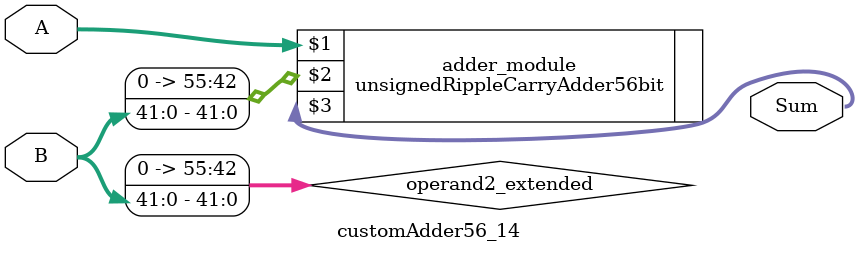
<source format=v>
module customAdder56_14(
                        input [55 : 0] A,
                        input [41 : 0] B,
                        
                        output [56 : 0] Sum
                );

        wire [55 : 0] operand2_extended;
        
        assign operand2_extended =  {14'b0, B};
        
        unsignedRippleCarryAdder56bit adder_module(
            A,
            operand2_extended,
            Sum
        );
        
        endmodule
        
</source>
